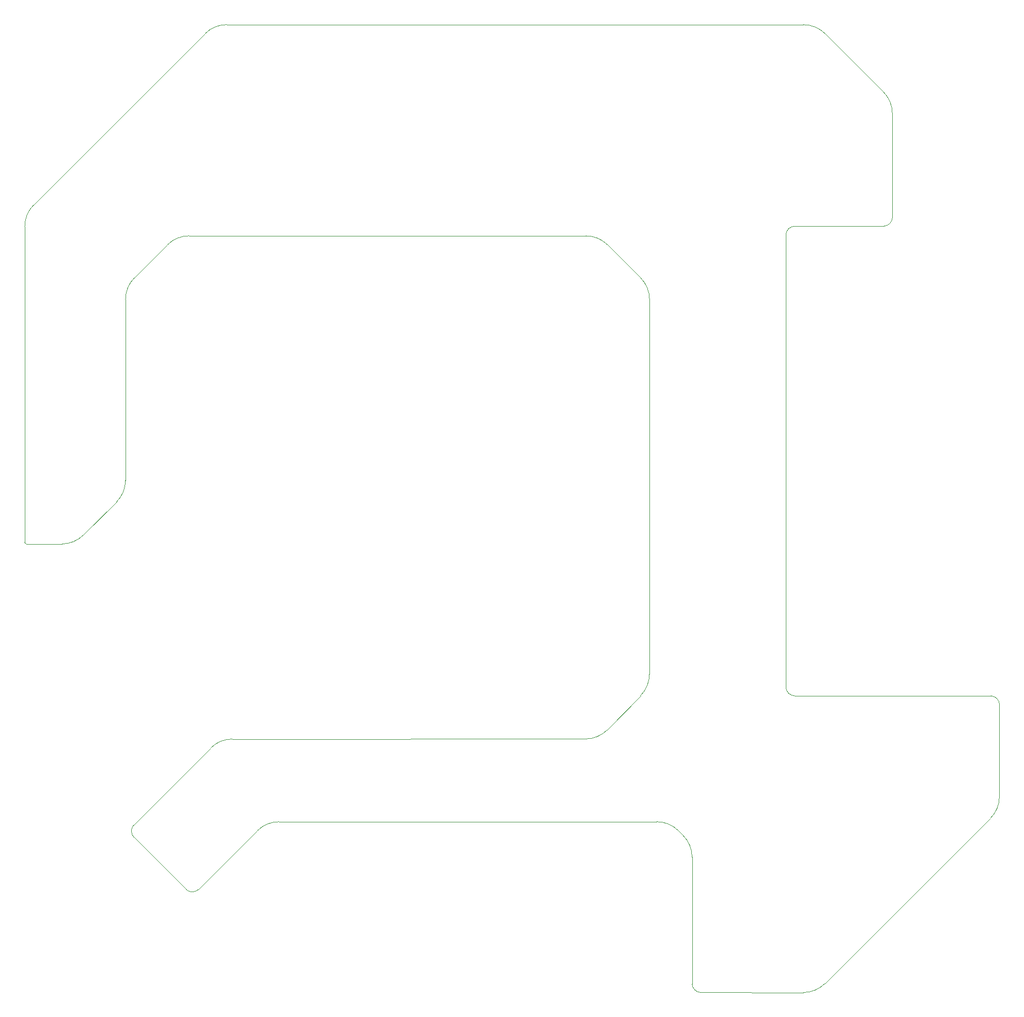
<source format=gbr>
%TF.GenerationSoftware,KiCad,Pcbnew,7.0.8*%
%TF.CreationDate,2023-11-07T13:43:57-08:00*%
%TF.ProjectId,Rubiks-Cube,52756269-6b73-42d4-9375-62652e6b6963,rev?*%
%TF.SameCoordinates,Original*%
%TF.FileFunction,Profile,NP*%
%FSLAX46Y46*%
G04 Gerber Fmt 4.6, Leading zero omitted, Abs format (unit mm)*
G04 Created by KiCad (PCBNEW 7.0.8) date 2023-11-07 13:43:57*
%MOMM*%
%LPD*%
G01*
G04 APERTURE LIST*
%TA.AperFunction,Profile*%
%ADD10C,0.100000*%
%TD*%
G04 APERTURE END LIST*
D10*
X141220001Y-48407071D02*
G75*
G03*
X139834072Y-49792983I96999J-1482929D01*
G01*
X110540000Y-131036628D02*
X116010471Y-125400865D01*
X24715628Y-99060472D02*
X30144236Y-93629080D01*
X142734236Y-15366156D02*
X48190000Y-15355236D01*
X122205605Y-147539553D02*
G75*
G03*
X118684235Y-146080922I-3521405J-3521347D01*
G01*
X107018608Y-132495260D02*
G75*
G03*
X110539999Y-131036627I-8J4979960D01*
G01*
X107018608Y-132495236D02*
X49105764Y-132516156D01*
X139834072Y-49792983D02*
X139834071Y-124048144D01*
X16560000Y-44925236D02*
X44668608Y-16813844D01*
X142704236Y-174084316D02*
X125850000Y-174080000D01*
X124459077Y-151865764D02*
X124464072Y-172694071D01*
X21194236Y-100519080D02*
X15360919Y-100515236D01*
X110594301Y-51455699D02*
G75*
G03*
X107072912Y-49997087I-3521401J-3521401D01*
G01*
X43529999Y-157220000D02*
X53224372Y-147544764D01*
X107072912Y-49997087D02*
X42018540Y-49989540D01*
X32949999Y-148590000D02*
X41569999Y-157220000D01*
X155896172Y-48407006D02*
G75*
G03*
X157282102Y-47021125I-96972J1482906D01*
G01*
X139834032Y-124048147D02*
G75*
G03*
X141220000Y-125434071I1482868J96947D01*
G01*
X30144237Y-93629081D02*
G75*
G03*
X31602845Y-90107688I-3521417J3521401D01*
G01*
X56745764Y-146086156D02*
G75*
G03*
X53224373Y-147544765I-64J-4979844D01*
G01*
X41570000Y-157220000D02*
G75*
G03*
X43529999Y-157220000I979999J1117228D01*
G01*
X155896175Y-48407054D02*
X141220000Y-48407054D01*
X32950001Y-146630001D02*
G75*
G03*
X32950001Y-148589999I1117199J-979999D01*
G01*
X157282103Y-47021125D02*
X157279095Y-29915761D01*
X141220000Y-125434072D02*
X173444071Y-125434072D01*
X174830026Y-126819998D02*
G75*
G03*
X173444071Y-125434072I-1483026J-97102D01*
G01*
X16560002Y-44925238D02*
G75*
G03*
X15101391Y-48446628I3521408J-3521402D01*
G01*
X48190000Y-15355226D02*
G75*
G03*
X44668609Y-16813845I0J-4979974D01*
G01*
X56745764Y-146086156D02*
X118684235Y-146080922D01*
X123000469Y-148344372D02*
X122205627Y-147539531D01*
X15090964Y-100245236D02*
G75*
G03*
X15360919Y-100515236I269936J-64D01*
G01*
X15090919Y-100245236D02*
X15101391Y-48446628D01*
X146225628Y-172625708D02*
X173361391Y-145505236D01*
X142704236Y-174084324D02*
G75*
G03*
X146225627Y-172625707I64J4979824D01*
G01*
X32949999Y-146630000D02*
X45584372Y-133974764D01*
X155820487Y-26394368D02*
X146255628Y-16824765D01*
X117484304Y-60405696D02*
X117469080Y-121879473D01*
X157279066Y-29915761D02*
G75*
G03*
X155820487Y-26394368I-4980166J-39D01*
G01*
X33068540Y-56879540D02*
G75*
G03*
X31609931Y-60400932I3521410J-3521400D01*
G01*
X31602845Y-90107688D02*
X31609931Y-60400932D01*
X42018540Y-49989557D02*
G75*
G03*
X38497149Y-51448149I-40J-4979943D01*
G01*
X174830000Y-126820000D02*
X174820000Y-141983844D01*
X116010472Y-125400866D02*
G75*
G03*
X117469080Y-121879473I-3521572J3521466D01*
G01*
X117484305Y-60405696D02*
G75*
G03*
X116025695Y-56884305I-4980005J-4D01*
G01*
X110594304Y-51455696D02*
X116025696Y-56884304D01*
X38497148Y-51448148D02*
X33068540Y-56879540D01*
X146255640Y-16824753D02*
G75*
G03*
X142734236Y-15366156I-3521440J-3521547D01*
G01*
X21194236Y-100519077D02*
G75*
G03*
X24715628Y-99060472I4J4979997D01*
G01*
X124459038Y-151865764D02*
G75*
G03*
X123000468Y-148344373I-4979938J64D01*
G01*
X49105764Y-132516156D02*
G75*
G03*
X45584373Y-133974765I-64J-4979844D01*
G01*
X124464006Y-172694075D02*
G75*
G03*
X125850000Y-174079999I1482994J97075D01*
G01*
X173361369Y-145505214D02*
G75*
G03*
X174820000Y-141983844I-3521369J3521414D01*
G01*
M02*

</source>
